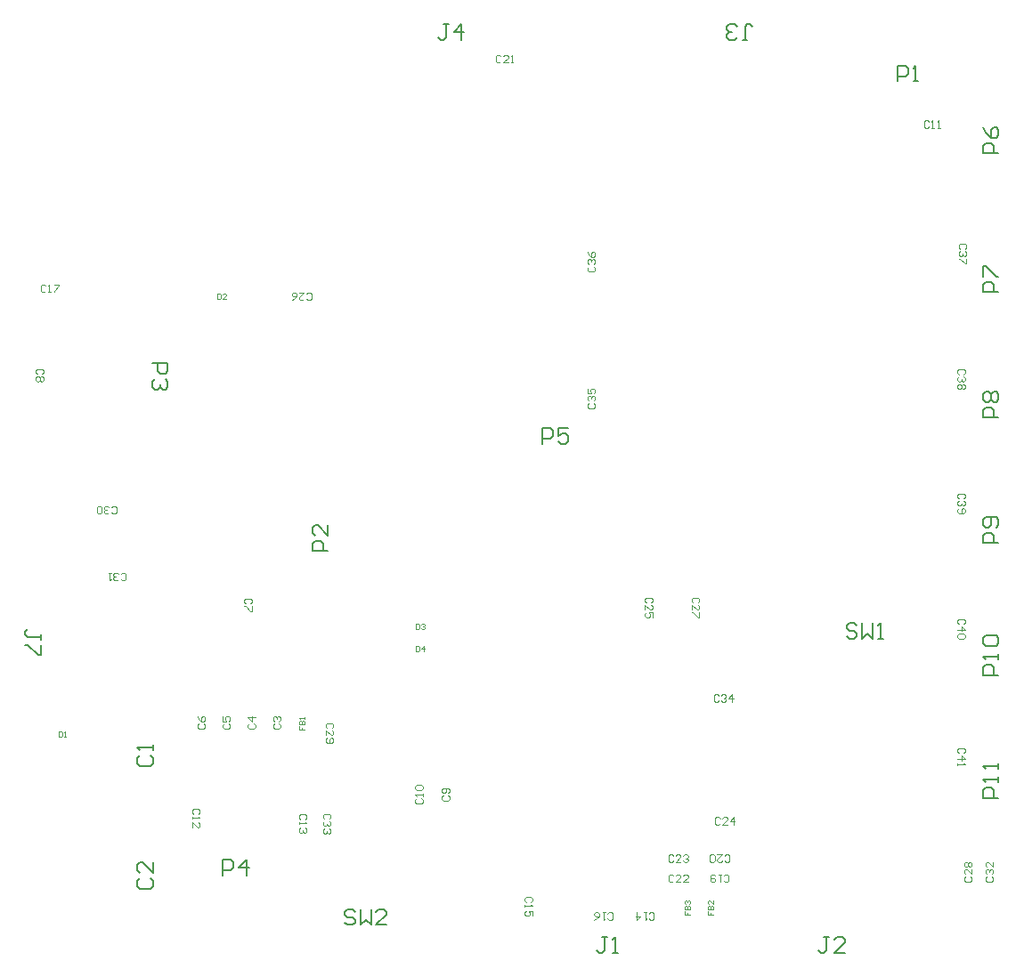
<source format=gbr>
%TF.GenerationSoftware,Altium Limited,Altium Designer,24.3.1 (35)*%
G04 Layer_Color=32768*
%FSLAX45Y45*%
%MOMM*%
%TF.SameCoordinates,7E0553B6-A888-4128-BDB4-EB5F29F5F182*%
%TF.FilePolarity,Positive*%
%TF.FileFunction,Other,Top_Designator*%
%TF.Part,Single*%
G01*
G75*
%TA.AperFunction,NonConductor*%
%ADD64C,0.15000*%
%ADD107C,0.07000*%
%ADD108C,0.05000*%
D64*
X5688376Y6707641D02*
X5538424D01*
Y6782616D01*
X5563416Y6807608D01*
X5613400D01*
X5638392Y6782616D01*
Y6707641D01*
X5688376Y6957560D02*
Y6857592D01*
X5588408Y6957560D01*
X5563416D01*
X5538424Y6932568D01*
Y6882584D01*
X5563416Y6857592D01*
X4688341Y3620724D02*
Y3770676D01*
X4763316D01*
X4788308Y3745684D01*
Y3695700D01*
X4763316Y3670708D01*
X4688341D01*
X4913268Y3620724D02*
Y3770676D01*
X4838292Y3695700D01*
X4938260D01*
X7723641Y7730424D02*
Y7880376D01*
X7798616D01*
X7823608Y7855384D01*
Y7805400D01*
X7798616Y7780408D01*
X7723641D01*
X7973560Y7880376D02*
X7873592D01*
Y7805400D01*
X7923576Y7830392D01*
X7948568D01*
X7973560Y7805400D01*
Y7755416D01*
X7948568Y7730424D01*
X7898584D01*
X7873592Y7755416D01*
X11101432Y11177224D02*
Y11327176D01*
X11176408D01*
X11201400Y11302184D01*
Y11252200D01*
X11176408Y11227208D01*
X11101432D01*
X11251384Y11177224D02*
X11301368D01*
X11276376D01*
Y11327176D01*
X11251384Y11302184D01*
X10717324Y5997584D02*
X10692332Y6022576D01*
X10642349D01*
X10617357Y5997584D01*
Y5972592D01*
X10642349Y5947600D01*
X10692332D01*
X10717324Y5922608D01*
Y5897616D01*
X10692332Y5872624D01*
X10642349D01*
X10617357Y5897616D01*
X10767308Y6022576D02*
Y5872624D01*
X10817292Y5922608D01*
X10867276Y5872624D01*
Y6022576D01*
X10917260Y5872624D02*
X10967243D01*
X10942251D01*
Y6022576D01*
X10917260Y5997584D01*
X12063775Y4358753D02*
X11913824D01*
Y4433728D01*
X11938816Y4458720D01*
X11988800D01*
X12013792Y4433728D01*
Y4358753D01*
X12063775Y4508704D02*
Y4558688D01*
Y4533696D01*
X11913824D01*
X11938816Y4508704D01*
X12063775Y4633664D02*
Y4683648D01*
Y4658656D01*
X11913824D01*
X11938816Y4633664D01*
X12063776Y5527561D02*
X11913824D01*
Y5602536D01*
X11938816Y5627528D01*
X11988800D01*
X12013792Y5602536D01*
Y5527561D01*
X12063776Y5677512D02*
Y5727496D01*
Y5702504D01*
X11913824D01*
X11938816Y5677512D01*
Y5802472D02*
X11913824Y5827464D01*
Y5877447D01*
X11938816Y5902439D01*
X12038784D01*
X12063776Y5877447D01*
Y5827464D01*
X12038784Y5802472D01*
X11938816D01*
X12063776Y6783841D02*
X11913824D01*
Y6858816D01*
X11938816Y6883808D01*
X11988800D01*
X12013792Y6858816D01*
Y6783841D01*
X12038784Y6933792D02*
X12063776Y6958784D01*
Y7008768D01*
X12038784Y7033760D01*
X11938816D01*
X11913824Y7008768D01*
Y6958784D01*
X11938816Y6933792D01*
X11963808D01*
X11988800Y6958784D01*
Y7033760D01*
X12063776Y7977641D02*
X11913824D01*
Y8052616D01*
X11938816Y8077608D01*
X11988800D01*
X12013792Y8052616D01*
Y7977641D01*
X11938816Y8127592D02*
X11913824Y8152584D01*
Y8202568D01*
X11938816Y8227560D01*
X11963808D01*
X11988800Y8202568D01*
X12013792Y8227560D01*
X12038784D01*
X12063776Y8202568D01*
Y8152584D01*
X12038784Y8127592D01*
X12013792D01*
X11988800Y8152584D01*
X11963808Y8127592D01*
X11938816D01*
X11988800Y8152584D02*
Y8202568D01*
X12063776Y9171441D02*
X11913824D01*
Y9246416D01*
X11938816Y9271408D01*
X11988800D01*
X12013792Y9246416D01*
Y9171441D01*
X11913824Y9321392D02*
Y9421360D01*
X11938816D01*
X12038784Y9321392D01*
X12063776D01*
Y10492241D02*
X11913824D01*
Y10567216D01*
X11938816Y10592208D01*
X11988800D01*
X12013792Y10567216D01*
Y10492241D01*
X11913824Y10742160D02*
X11938816Y10692176D01*
X11988800Y10642192D01*
X12038784D01*
X12063776Y10667184D01*
Y10717168D01*
X12038784Y10742160D01*
X12013792D01*
X11988800Y10717168D01*
Y10642192D01*
X5945232Y3275784D02*
X5920241Y3300776D01*
X5870257D01*
X5845265Y3275784D01*
Y3250792D01*
X5870257Y3225800D01*
X5920241D01*
X5945232Y3200808D01*
Y3175816D01*
X5920241Y3150824D01*
X5870257D01*
X5845265Y3175816D01*
X5995216Y3300776D02*
Y3150824D01*
X6045200Y3200808D01*
X6095184Y3150824D01*
Y3300776D01*
X6245135Y3150824D02*
X6145168D01*
X6245135Y3250792D01*
Y3275784D01*
X6220144Y3300776D01*
X6170160D01*
X6145168Y3275784D01*
X10452508Y3034076D02*
X10402525D01*
X10427516D01*
Y2909116D01*
X10402525Y2884124D01*
X10377532D01*
X10352541Y2909116D01*
X10602460Y2884124D02*
X10502492D01*
X10602460Y2984092D01*
Y3009084D01*
X10577468Y3034076D01*
X10527484D01*
X10502492Y3009084D01*
X8343900Y3034076D02*
X8293916D01*
X8318908D01*
Y2909116D01*
X8293916Y2884124D01*
X8268924D01*
X8243932Y2909116D01*
X8393884Y2884124D02*
X8443868D01*
X8418876D01*
Y3034076D01*
X8393884Y3009084D01*
X9625992Y11570924D02*
X9675976D01*
X9650984D01*
Y11695884D01*
X9675976Y11720875D01*
X9700968D01*
X9725959Y11695884D01*
X9576008Y11595916D02*
X9551016Y11570924D01*
X9501032D01*
X9476040Y11595916D01*
Y11620908D01*
X9501032Y11645900D01*
X9526024D01*
X9501032D01*
X9476040Y11670892D01*
Y11695884D01*
X9501032Y11720875D01*
X9551016D01*
X9576008Y11695884D01*
X6833008Y11720876D02*
X6783025D01*
X6808016D01*
Y11595916D01*
X6783025Y11570924D01*
X6758032D01*
X6733041Y11595916D01*
X6957968Y11570924D02*
Y11720876D01*
X6882992Y11645900D01*
X6982960D01*
X2957876Y5866992D02*
Y5916975D01*
Y5891984D01*
X2832916D01*
X2807924Y5916975D01*
Y5941968D01*
X2832916Y5966959D01*
X2957876Y5817008D02*
Y5717040D01*
X2932884D01*
X2832916Y5817008D01*
X2807924D01*
X3899716Y4762500D02*
X3874724Y4737508D01*
Y4687524D01*
X3899716Y4662532D01*
X3999684D01*
X4024675Y4687524D01*
Y4737508D01*
X3999684Y4762500D01*
X4024675Y4812484D02*
Y4862468D01*
Y4837475D01*
X3874724D01*
X3899716Y4812484D01*
X3899716Y3594508D02*
X3874724Y3569516D01*
Y3519532D01*
X3899716Y3494541D01*
X3999684D01*
X4024676Y3519532D01*
Y3569516D01*
X3999684Y3594508D01*
X4024676Y3744460D02*
Y3644492D01*
X3924708Y3744460D01*
X3899716D01*
X3874724Y3719468D01*
Y3669484D01*
X3899716Y3644492D01*
X4014424Y8494259D02*
X4164376D01*
Y8419284D01*
X4139384Y8394292D01*
X4089400D01*
X4064408Y8419284D01*
Y8494259D01*
X4139384Y8344308D02*
X4164376Y8319316D01*
Y8269332D01*
X4139384Y8244340D01*
X4114392D01*
X4089400Y8269332D01*
Y8294324D01*
Y8269332D01*
X4064408Y8244340D01*
X4039416D01*
X4014424Y8269332D01*
Y8319316D01*
X4039416Y8344308D01*
D107*
X7617926Y3367520D02*
X7629589Y3379183D01*
Y3402509D01*
X7617926Y3414171D01*
X7571274D01*
X7559611Y3402509D01*
Y3379183D01*
X7571274Y3367520D01*
X7559611Y3344194D02*
Y3320868D01*
Y3332531D01*
X7629589D01*
X7617926Y3344194D01*
X7629589Y3239228D02*
Y3285879D01*
X7594600D01*
X7606263Y3262554D01*
Y3250891D01*
X7594600Y3239228D01*
X7571274D01*
X7559611Y3250891D01*
Y3274216D01*
X7571274Y3285879D01*
X8346620Y3210874D02*
X8358283Y3199211D01*
X8381609D01*
X8393272Y3210874D01*
Y3257526D01*
X8381609Y3269189D01*
X8358283D01*
X8346620Y3257526D01*
X8323294Y3269189D02*
X8299968D01*
X8311631D01*
Y3199211D01*
X8323294Y3210874D01*
X8218328Y3199211D02*
X8241654Y3210874D01*
X8264980Y3234200D01*
Y3257526D01*
X8253317Y3269189D01*
X8229991D01*
X8218328Y3257526D01*
Y3245863D01*
X8229991Y3234200D01*
X8264980D01*
X8740320Y3210874D02*
X8751983Y3199211D01*
X8775309D01*
X8786972Y3210874D01*
Y3257526D01*
X8775309Y3269189D01*
X8751983D01*
X8740320Y3257526D01*
X8716994Y3269189D02*
X8693668D01*
X8705331D01*
Y3199211D01*
X8716994Y3210874D01*
X8623691Y3269189D02*
Y3199211D01*
X8658680Y3234200D01*
X8612028D01*
X9402148Y5331926D02*
X9390485Y5343589D01*
X9367160D01*
X9355497Y5331926D01*
Y5285274D01*
X9367160Y5273611D01*
X9390485D01*
X9402148Y5285274D01*
X9425474Y5331926D02*
X9437137Y5343589D01*
X9460463D01*
X9472126Y5331926D01*
Y5320263D01*
X9460463Y5308600D01*
X9448800D01*
X9460463D01*
X9472126Y5296937D01*
Y5285274D01*
X9460463Y5273611D01*
X9437137D01*
X9425474Y5285274D01*
X9530440Y5273611D02*
Y5343589D01*
X9495452Y5308600D01*
X9542103D01*
X8168174Y8114348D02*
X8156511Y8102685D01*
Y8079360D01*
X8168174Y8067697D01*
X8214825D01*
X8226488Y8079360D01*
Y8102685D01*
X8214825Y8114348D01*
X8168174Y8137674D02*
X8156511Y8149337D01*
Y8172663D01*
X8168174Y8184326D01*
X8179837D01*
X8191499Y8172663D01*
Y8161000D01*
Y8172663D01*
X8203162Y8184326D01*
X8214825D01*
X8226488Y8172663D01*
Y8149337D01*
X8214825Y8137674D01*
X8156511Y8254303D02*
Y8207652D01*
X8191499D01*
X8179837Y8230977D01*
Y8242640D01*
X8191499Y8254303D01*
X8214825D01*
X8226488Y8242640D01*
Y8219315D01*
X8214825Y8207652D01*
X8168174Y9414848D02*
X8156511Y9403185D01*
Y9379859D01*
X8168174Y9368196D01*
X8214826D01*
X8226488Y9379859D01*
Y9403185D01*
X8214826Y9414848D01*
X8168174Y9438174D02*
X8156511Y9449837D01*
Y9473163D01*
X8168174Y9484826D01*
X8179837D01*
X8191500Y9473163D01*
Y9461500D01*
Y9473163D01*
X8203163Y9484826D01*
X8214826D01*
X8226488Y9473163D01*
Y9449837D01*
X8214826Y9438174D01*
X8156511Y9554803D02*
X8168174Y9531477D01*
X8191500Y9508151D01*
X8214826D01*
X8226488Y9519814D01*
Y9543140D01*
X8214826Y9554803D01*
X8203163D01*
X8191500Y9543140D01*
Y9508151D01*
X11952774Y3610948D02*
X11941111Y3599285D01*
Y3575959D01*
X11952774Y3564296D01*
X11999426D01*
X12011088Y3575959D01*
Y3599285D01*
X11999426Y3610948D01*
X11952774Y3634274D02*
X11941111Y3645937D01*
Y3669263D01*
X11952774Y3680926D01*
X11964437D01*
X11976100Y3669263D01*
Y3657600D01*
Y3669263D01*
X11987763Y3680926D01*
X11999426D01*
X12011088Y3669263D01*
Y3645937D01*
X11999426Y3634274D01*
X12011088Y3750903D02*
Y3704251D01*
X11964437Y3750903D01*
X11952774D01*
X11941111Y3739240D01*
Y3715914D01*
X11952774Y3704251D01*
X11749574Y3610948D02*
X11737911Y3599285D01*
Y3575959D01*
X11749574Y3564296D01*
X11796226D01*
X11807888Y3575959D01*
Y3599285D01*
X11796226Y3610948D01*
X11807888Y3680926D02*
Y3634274D01*
X11761237Y3680926D01*
X11749574D01*
X11737911Y3669263D01*
Y3645937D01*
X11749574Y3634274D01*
Y3704251D02*
X11737911Y3715914D01*
Y3739240D01*
X11749574Y3750903D01*
X11761237D01*
X11772900Y3739240D01*
X11784563Y3750903D01*
X11796226D01*
X11807888Y3739240D01*
Y3715914D01*
X11796226Y3704251D01*
X11784563D01*
X11772900Y3715914D01*
X11761237Y3704251D01*
X11749574D01*
X11772900Y3715914D02*
Y3739240D01*
X11400843Y10792926D02*
X11389180Y10804589D01*
X11365854D01*
X11354191Y10792926D01*
Y10746274D01*
X11365854Y10734611D01*
X11389180D01*
X11400843Y10746274D01*
X11424169Y10734611D02*
X11447495D01*
X11435832D01*
Y10804589D01*
X11424169Y10792926D01*
X11482483Y10734611D02*
X11505809D01*
X11494146D01*
Y10804589D01*
X11482483Y10792926D01*
X8760926Y6218851D02*
X8772589Y6230514D01*
Y6253840D01*
X8760926Y6265503D01*
X8714274D01*
X8702611Y6253840D01*
Y6230514D01*
X8714274Y6218851D01*
X8702611Y6148874D02*
Y6195526D01*
X8749263Y6148874D01*
X8760926D01*
X8772589Y6160537D01*
Y6183863D01*
X8760926Y6195526D01*
X8772589Y6078896D02*
Y6125548D01*
X8737600D01*
X8749263Y6102222D01*
Y6090559D01*
X8737600Y6078896D01*
X8714274D01*
X8702611Y6090559D01*
Y6113885D01*
X8714274Y6125548D01*
X9205426Y6218851D02*
X9217089Y6230514D01*
Y6253840D01*
X9205426Y6265503D01*
X9158774D01*
X9147111Y6253840D01*
Y6230514D01*
X9158774Y6218851D01*
X9147111Y6148874D02*
Y6195526D01*
X9193763Y6148874D01*
X9205426D01*
X9217089Y6160537D01*
Y6183863D01*
X9205426Y6195526D01*
X9217089Y6125548D02*
Y6078896D01*
X9205426D01*
X9158774Y6125548D01*
X9147111D01*
X9457352Y3761274D02*
X9469015Y3749611D01*
X9492340D01*
X9504003Y3761274D01*
Y3807925D01*
X9492340Y3819588D01*
X9469015D01*
X9457352Y3807925D01*
X9387374Y3819588D02*
X9434026D01*
X9387374Y3772937D01*
Y3761274D01*
X9399037Y3749611D01*
X9422363D01*
X9434026Y3761274D01*
X9364048D02*
X9352385Y3749611D01*
X9329060D01*
X9317397Y3761274D01*
Y3807925D01*
X9329060Y3819588D01*
X9352385D01*
X9364048Y3807925D01*
Y3761274D01*
X9451520Y3570774D02*
X9463183Y3559111D01*
X9486509D01*
X9498172Y3570774D01*
Y3617425D01*
X9486509Y3629088D01*
X9463183D01*
X9451520Y3617425D01*
X9428194Y3629088D02*
X9404868D01*
X9416531D01*
Y3559111D01*
X9428194Y3570774D01*
X9369880Y3617425D02*
X9358217Y3629088D01*
X9334891D01*
X9323228Y3617425D01*
Y3570774D01*
X9334891Y3559111D01*
X9358217D01*
X9369880Y3570774D01*
Y3582437D01*
X9358217Y3594099D01*
X9323228D01*
X8970348Y3807926D02*
X8958685Y3819589D01*
X8935360D01*
X8923697Y3807926D01*
Y3761274D01*
X8935360Y3749611D01*
X8958685D01*
X8970348Y3761274D01*
X9040326Y3749611D02*
X8993674D01*
X9040326Y3796263D01*
Y3807926D01*
X9028663Y3819589D01*
X9005337D01*
X8993674Y3807926D01*
X9063652D02*
X9075315Y3819589D01*
X9098640D01*
X9110303Y3807926D01*
Y3796263D01*
X9098640Y3784600D01*
X9086978D01*
X9098640D01*
X9110303Y3772937D01*
Y3761274D01*
X9098640Y3749611D01*
X9075315D01*
X9063652Y3761274D01*
X8970348Y3617426D02*
X8958685Y3629089D01*
X8935360D01*
X8923697Y3617426D01*
Y3570774D01*
X8935360Y3559111D01*
X8958685D01*
X8970348Y3570774D01*
X9040326Y3559111D02*
X8993674D01*
X9040326Y3605763D01*
Y3617426D01*
X9028663Y3629089D01*
X9005337D01*
X8993674Y3617426D01*
X9110303Y3559111D02*
X9063652D01*
X9110303Y3605763D01*
Y3617426D01*
X9098640Y3629089D01*
X9075315D01*
X9063652Y3617426D01*
X9414848Y4163526D02*
X9403185Y4175189D01*
X9379860D01*
X9368197Y4163526D01*
Y4116874D01*
X9379860Y4105211D01*
X9403185D01*
X9414848Y4116874D01*
X9484826Y4105211D02*
X9438174D01*
X9484826Y4151863D01*
Y4163526D01*
X9473163Y4175189D01*
X9449837D01*
X9438174Y4163526D01*
X9543140Y4105211D02*
Y4175189D01*
X9508152Y4140200D01*
X9554803D01*
X11732726Y4784788D02*
X11744389Y4796451D01*
Y4819777D01*
X11732726Y4831440D01*
X11686074D01*
X11674411Y4819777D01*
Y4796451D01*
X11686074Y4784788D01*
X11674411Y4726474D02*
X11744389D01*
X11709400Y4761462D01*
Y4714811D01*
X11674411Y4691485D02*
Y4668159D01*
Y4679822D01*
X11744389D01*
X11732726Y4691485D01*
X11732726Y6015651D02*
X11744389Y6027314D01*
Y6050640D01*
X11732726Y6062303D01*
X11686074D01*
X11674411Y6050640D01*
Y6027314D01*
X11686074Y6015651D01*
X11674411Y5957337D02*
X11744389D01*
X11709400Y5992326D01*
Y5945674D01*
X11732726Y5922348D02*
X11744389Y5910685D01*
Y5887359D01*
X11732726Y5875696D01*
X11686074D01*
X11674411Y5887359D01*
Y5910685D01*
X11686074Y5922348D01*
X11732726D01*
Y7209451D02*
X11744389Y7221114D01*
Y7244440D01*
X11732726Y7256103D01*
X11686074D01*
X11674411Y7244440D01*
Y7221114D01*
X11686074Y7209451D01*
X11732726Y7186126D02*
X11744389Y7174463D01*
Y7151137D01*
X11732726Y7139474D01*
X11721063D01*
X11709400Y7151137D01*
Y7162800D01*
Y7151137D01*
X11697737Y7139474D01*
X11686074D01*
X11674411Y7151137D01*
Y7174463D01*
X11686074Y7186126D01*
Y7116148D02*
X11674411Y7104485D01*
Y7081159D01*
X11686074Y7069496D01*
X11732726D01*
X11744389Y7081159D01*
Y7104485D01*
X11732726Y7116148D01*
X11721063D01*
X11709400Y7104485D01*
Y7069496D01*
X11732726Y8390551D02*
X11744389Y8402214D01*
Y8425540D01*
X11732726Y8437203D01*
X11686074D01*
X11674411Y8425540D01*
Y8402214D01*
X11686074Y8390551D01*
X11732726Y8367226D02*
X11744389Y8355563D01*
Y8332237D01*
X11732726Y8320574D01*
X11721063D01*
X11709400Y8332237D01*
Y8343900D01*
Y8332237D01*
X11697737Y8320574D01*
X11686074D01*
X11674411Y8332237D01*
Y8355563D01*
X11686074Y8367226D01*
X11732726Y8297248D02*
X11744389Y8285585D01*
Y8262259D01*
X11732726Y8250596D01*
X11721063D01*
X11709400Y8262259D01*
X11697737Y8250596D01*
X11686074D01*
X11674411Y8262259D01*
Y8285585D01*
X11686074Y8297248D01*
X11697737D01*
X11709400Y8285585D01*
X11721063Y8297248D01*
X11732726D01*
X11709400Y8285585D02*
Y8262259D01*
X11745426Y9584351D02*
X11757089Y9596014D01*
Y9619340D01*
X11745426Y9631003D01*
X11698774D01*
X11687111Y9619340D01*
Y9596014D01*
X11698774Y9584351D01*
X11745426Y9561026D02*
X11757089Y9549363D01*
Y9526037D01*
X11745426Y9514374D01*
X11733763D01*
X11722100Y9526037D01*
Y9537700D01*
Y9526037D01*
X11710437Y9514374D01*
X11698774D01*
X11687111Y9526037D01*
Y9549363D01*
X11698774Y9561026D01*
X11757089Y9491048D02*
Y9444396D01*
X11745426D01*
X11698774Y9491048D01*
X11687111D01*
X6783874Y4382537D02*
X6772211Y4370874D01*
Y4347548D01*
X6783874Y4335885D01*
X6830525D01*
X6842188Y4347548D01*
Y4370874D01*
X6830525Y4382537D01*
Y4405863D02*
X6842188Y4417526D01*
Y4440852D01*
X6830525Y4452515D01*
X6783874D01*
X6772211Y4440852D01*
Y4417526D01*
X6783874Y4405863D01*
X6795537D01*
X6807199Y4417526D01*
Y4452515D01*
X6529874Y4353380D02*
X6518211Y4341717D01*
Y4318391D01*
X6529874Y4306728D01*
X6576526D01*
X6588189Y4318391D01*
Y4341717D01*
X6576526Y4353380D01*
X6588189Y4376705D02*
Y4400031D01*
Y4388368D01*
X6518211D01*
X6529874Y4376705D01*
Y4435020D02*
X6518211Y4446683D01*
Y4470009D01*
X6529874Y4481672D01*
X6576526D01*
X6588189Y4470009D01*
Y4446683D01*
X6576526Y4435020D01*
X6529874D01*
X5725626Y5025051D02*
X5737289Y5036714D01*
Y5060040D01*
X5725626Y5071703D01*
X5678974D01*
X5667312Y5060040D01*
Y5036714D01*
X5678974Y5025051D01*
X5667312Y4955074D02*
Y5001726D01*
X5713963Y4955074D01*
X5725626D01*
X5737289Y4966737D01*
Y4990063D01*
X5725626Y5001726D01*
X5678974Y4931748D02*
X5667312Y4920085D01*
Y4896759D01*
X5678974Y4885096D01*
X5725626D01*
X5737289Y4896759D01*
Y4920085D01*
X5725626Y4931748D01*
X5713963D01*
X5702300Y4920085D01*
Y4885096D01*
X5176054Y5065637D02*
X5164391Y5053974D01*
Y5030648D01*
X5176054Y5018985D01*
X5222705D01*
X5234368Y5030648D01*
Y5053974D01*
X5222705Y5065637D01*
X5176054Y5088963D02*
X5164391Y5100626D01*
Y5123952D01*
X5176054Y5135615D01*
X5187717D01*
X5199379Y5123952D01*
Y5112289D01*
Y5123952D01*
X5211042Y5135615D01*
X5222705D01*
X5234368Y5123952D01*
Y5100626D01*
X5222705Y5088963D01*
X4937294Y5065637D02*
X4925631Y5053974D01*
Y5030648D01*
X4937294Y5018985D01*
X4983945D01*
X4995608Y5030648D01*
Y5053974D01*
X4983945Y5065637D01*
X4995608Y5123952D02*
X4925631D01*
X4960619Y5088963D01*
Y5135615D01*
X4459774Y5065637D02*
X4448111Y5053974D01*
Y5030648D01*
X4459774Y5018985D01*
X4506425D01*
X4518088Y5030648D01*
Y5053974D01*
X4506425Y5065637D01*
X4448111Y5135615D02*
X4459774Y5112289D01*
X4483099Y5088963D01*
X4506425D01*
X4518088Y5100626D01*
Y5123952D01*
X4506425Y5135615D01*
X4494762D01*
X4483099Y5123952D01*
Y5088963D01*
X4698534Y5065637D02*
X4686871Y5053974D01*
Y5030648D01*
X4698534Y5018985D01*
X4745185D01*
X4756848Y5030648D01*
Y5053974D01*
X4745185Y5065637D01*
X4686871Y5135615D02*
Y5088963D01*
X4721859D01*
X4710197Y5112289D01*
Y5123952D01*
X4721859Y5135615D01*
X4745185D01*
X4756848Y5123952D01*
Y5100626D01*
X4745185Y5088963D01*
X5482252Y9107974D02*
X5493915Y9096311D01*
X5517240D01*
X5528903Y9107974D01*
Y9154626D01*
X5517240Y9166289D01*
X5493915D01*
X5482252Y9154626D01*
X5412274Y9166289D02*
X5458926D01*
X5412274Y9119637D01*
Y9107974D01*
X5423937Y9096311D01*
X5447263D01*
X5458926Y9107974D01*
X5342297Y9096311D02*
X5365622Y9107974D01*
X5388948Y9131300D01*
Y9154626D01*
X5377285Y9166289D01*
X5353960D01*
X5342297Y9154626D01*
Y9142963D01*
X5353960Y9131300D01*
X5388948D01*
X3003080Y9230826D02*
X2991417Y9242489D01*
X2968091D01*
X2956428Y9230826D01*
Y9184174D01*
X2968091Y9172511D01*
X2991417D01*
X3003080Y9184174D01*
X3026405Y9172511D02*
X3049731D01*
X3038068D01*
Y9242489D01*
X3026405Y9230826D01*
X3084720Y9242489D02*
X3131372D01*
Y9230826D01*
X3084720Y9184174D01*
Y9172511D01*
X3628052Y7075974D02*
X3639715Y7064311D01*
X3663040D01*
X3674703Y7075974D01*
Y7122625D01*
X3663040Y7134288D01*
X3639715D01*
X3628052Y7122625D01*
X3604726Y7075974D02*
X3593063Y7064311D01*
X3569737D01*
X3558074Y7075974D01*
Y7087637D01*
X3569737Y7099299D01*
X3581400D01*
X3569737D01*
X3558074Y7110962D01*
Y7122625D01*
X3569737Y7134288D01*
X3593063D01*
X3604726Y7122625D01*
X3534748Y7075974D02*
X3523085Y7064311D01*
X3499760D01*
X3488097Y7075974D01*
Y7122625D01*
X3499760Y7134288D01*
X3523085D01*
X3534748Y7122625D01*
Y7075974D01*
X3717988Y6440974D02*
X3729651Y6429311D01*
X3752977D01*
X3764640Y6440974D01*
Y6487625D01*
X3752977Y6499288D01*
X3729651D01*
X3717988Y6487625D01*
X3694662Y6440974D02*
X3682999Y6429311D01*
X3659674D01*
X3648011Y6440974D01*
Y6452637D01*
X3659674Y6464299D01*
X3671337D01*
X3659674D01*
X3648011Y6475962D01*
Y6487625D01*
X3659674Y6499288D01*
X3682999D01*
X3694662Y6487625D01*
X3624685Y6499288D02*
X3601359D01*
X3613022D01*
Y6429311D01*
X3624685Y6440974D01*
X5700226Y4161451D02*
X5711889Y4173114D01*
Y4196440D01*
X5700226Y4208103D01*
X5653574D01*
X5641912Y4196440D01*
Y4173114D01*
X5653574Y4161451D01*
X5700226Y4138126D02*
X5711889Y4126463D01*
Y4103137D01*
X5700226Y4091474D01*
X5688563D01*
X5676900Y4103137D01*
Y4114800D01*
Y4103137D01*
X5665237Y4091474D01*
X5653574D01*
X5641912Y4103137D01*
Y4126463D01*
X5653574Y4138126D01*
X5700226Y4068148D02*
X5711889Y4056485D01*
Y4033159D01*
X5700226Y4021496D01*
X5688563D01*
X5676900Y4033159D01*
Y4044822D01*
Y4033159D01*
X5665237Y4021496D01*
X5653574D01*
X5641912Y4033159D01*
Y4056485D01*
X5653574Y4068148D01*
X5471626Y4155620D02*
X5483289Y4167283D01*
Y4190609D01*
X5471626Y4202272D01*
X5424974D01*
X5413312Y4190609D01*
Y4167283D01*
X5424974Y4155620D01*
X5413312Y4132294D02*
Y4108968D01*
Y4120631D01*
X5483289D01*
X5471626Y4132294D01*
Y4073979D02*
X5483289Y4062316D01*
Y4038991D01*
X5471626Y4027328D01*
X5459963D01*
X5448300Y4038991D01*
Y4050654D01*
Y4038991D01*
X5436637Y4027328D01*
X5424974D01*
X5413312Y4038991D01*
Y4062316D01*
X5424974Y4073979D01*
X4455626Y4206420D02*
X4467289Y4218083D01*
Y4241409D01*
X4455626Y4253072D01*
X4408974D01*
X4397312Y4241409D01*
Y4218083D01*
X4408974Y4206420D01*
X4397312Y4183094D02*
Y4159768D01*
Y4171431D01*
X4467289D01*
X4455626Y4183094D01*
X4397312Y4078128D02*
Y4124779D01*
X4443963Y4078128D01*
X4455626D01*
X4467289Y4089791D01*
Y4113116D01*
X4455626Y4124779D01*
X2969726Y8393662D02*
X2981389Y8405325D01*
Y8428651D01*
X2969726Y8440314D01*
X2923074D01*
X2911411Y8428651D01*
Y8405325D01*
X2923074Y8393662D01*
X2969726Y8370337D02*
X2981389Y8358674D01*
Y8335348D01*
X2969726Y8323685D01*
X2958063D01*
X2946400Y8335348D01*
X2934737Y8323685D01*
X2923074D01*
X2911411Y8335348D01*
Y8358674D01*
X2923074Y8370337D01*
X2934737D01*
X2946400Y8358674D01*
X2958063Y8370337D01*
X2969726D01*
X2946400Y8358674D02*
Y8335348D01*
X7331011Y11415226D02*
X7319348Y11426889D01*
X7296022D01*
X7284360Y11415226D01*
Y11368574D01*
X7296022Y11356911D01*
X7319348D01*
X7331011Y11368574D01*
X7400989Y11356911D02*
X7354337D01*
X7400989Y11403563D01*
Y11415226D01*
X7389326Y11426889D01*
X7366000D01*
X7354337Y11415226D01*
X7424315Y11356911D02*
X7447640D01*
X7435978D01*
Y11426889D01*
X7424315Y11415226D01*
X4950926Y6209262D02*
X4962589Y6220925D01*
Y6244251D01*
X4950926Y6255914D01*
X4904274D01*
X4892611Y6244251D01*
Y6220925D01*
X4904274Y6209262D01*
X4962589Y6185937D02*
Y6139285D01*
X4950926D01*
X4904274Y6185937D01*
X4892611D01*
D108*
X6524247Y6019392D02*
Y5969408D01*
X6549239D01*
X6557570Y5977739D01*
Y6011061D01*
X6549239Y6019392D01*
X6524247D01*
X6574231Y6011061D02*
X6582561Y6019392D01*
X6599223D01*
X6607553Y6011061D01*
Y6002731D01*
X6599223Y5994400D01*
X6590892D01*
X6599223D01*
X6607553Y5986069D01*
Y5977739D01*
X6599223Y5969408D01*
X6582561D01*
X6574231Y5977739D01*
X9296808Y3281377D02*
Y3248055D01*
X9321800D01*
Y3264716D01*
Y3248055D01*
X9346792D01*
X9296808Y3298039D02*
X9346792D01*
Y3323030D01*
X9338461Y3331361D01*
X9330130D01*
X9321800Y3323030D01*
Y3298039D01*
Y3323030D01*
X9313469Y3331361D01*
X9305138D01*
X9296808Y3323030D01*
Y3298039D01*
X9346792Y3381345D02*
Y3348022D01*
X9313469Y3381345D01*
X9305138D01*
X9296808Y3373014D01*
Y3356353D01*
X9305138Y3348022D01*
X9080908Y3281377D02*
Y3248055D01*
X9105900D01*
Y3264716D01*
Y3248055D01*
X9130892D01*
X9080908Y3298039D02*
X9130892D01*
Y3323030D01*
X9122561Y3331361D01*
X9114230D01*
X9105900Y3323030D01*
Y3298039D01*
Y3323030D01*
X9097569Y3331361D01*
X9089238D01*
X9080908Y3323030D01*
Y3298039D01*
X9089238Y3348022D02*
X9080908Y3356353D01*
Y3373014D01*
X9089238Y3381345D01*
X9097569D01*
X9105900Y3373014D01*
Y3364683D01*
Y3373014D01*
X9114230Y3381345D01*
X9122561D01*
X9130892Y3373014D01*
Y3356353D01*
X9122561Y3348022D01*
X3128978Y4990692D02*
Y4940708D01*
X3153970D01*
X3162300Y4949039D01*
Y4982361D01*
X3153970Y4990692D01*
X3128978D01*
X3178961Y4940708D02*
X3195623D01*
X3187292D01*
Y4990692D01*
X3178961Y4982361D01*
X6524247Y5803492D02*
Y5753508D01*
X6549239D01*
X6557570Y5761839D01*
Y5795161D01*
X6549239Y5803492D01*
X6524247D01*
X6599223Y5753508D02*
Y5803492D01*
X6574231Y5778500D01*
X6607553D01*
X5415648Y5042308D02*
Y5008986D01*
X5440640D01*
Y5025647D01*
Y5008986D01*
X5465632D01*
X5415648Y5058969D02*
X5465632D01*
Y5083961D01*
X5457301Y5092292D01*
X5448971D01*
X5440640Y5083961D01*
Y5058969D01*
Y5083961D01*
X5432309Y5092292D01*
X5423978D01*
X5415648Y5083961D01*
Y5058969D01*
X5465632Y5108953D02*
Y5125614D01*
Y5117284D01*
X5415648D01*
X5423978Y5108953D01*
X4631947Y9156292D02*
Y9106308D01*
X4656939D01*
X4665270Y9114639D01*
Y9147961D01*
X4656939Y9156292D01*
X4631947D01*
X4715253Y9106308D02*
X4681931D01*
X4715253Y9139631D01*
Y9147961D01*
X4706923Y9156292D01*
X4690261D01*
X4681931Y9147961D01*
%TF.MD5,b12d667a92f81f43aa5d24991a142c92*%
M02*

</source>
